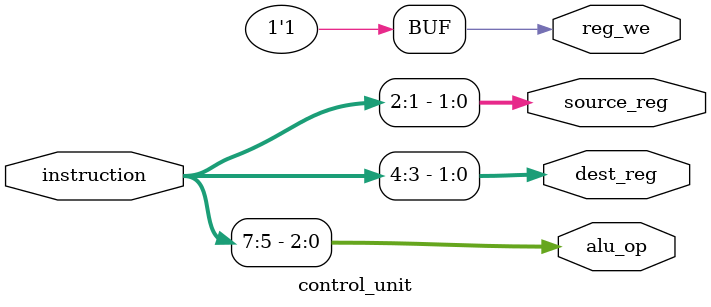
<source format=v>
`timescale 1ns / 1ps
module control_unit (
    input [7:0] instruction,      // 8-bit instruction from memory
    output [2:0] alu_op,          // ALU operation
    output [1:0] dest_reg,        // destination register address
    output [1:0] source_reg,      // source register address
    output reg_we                 // register write enable
);

// Decode instruction fields
assign alu_op     = instruction[7:5];  // bits [7:5] = opcode
assign dest_reg   = instruction[4:3];  // bits [4:3] = destination
assign source_reg = instruction[2:1];  // bits [2:1] = source

// Generate write enable signal
// For this basic CPU, we write to register after every instruction
assign reg_we = 1'b1;

endmodule
</source>
